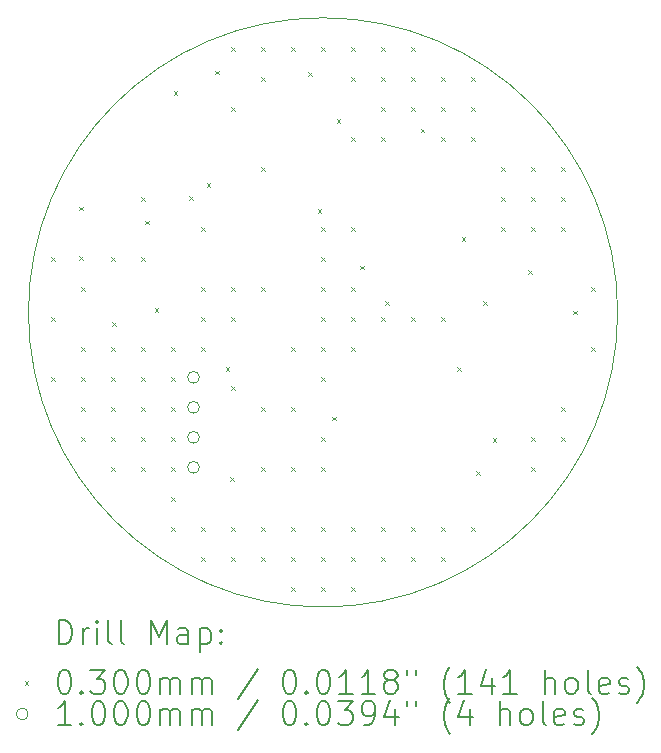
<source format=gbr>
%TF.GenerationSoftware,KiCad,Pcbnew,8.0.1*%
%TF.CreationDate,2024-06-09T19:47:23+05:00*%
%TF.ProjectId,rocket_project,726f636b-6574-45f7-9072-6f6a6563742e,rev?*%
%TF.SameCoordinates,Original*%
%TF.FileFunction,Drillmap*%
%TF.FilePolarity,Positive*%
%FSLAX45Y45*%
G04 Gerber Fmt 4.5, Leading zero omitted, Abs format (unit mm)*
G04 Created by KiCad (PCBNEW 8.0.1) date 2024-06-09 19:47:23*
%MOMM*%
%LPD*%
G01*
G04 APERTURE LIST*
%ADD10C,0.050000*%
%ADD11C,0.200000*%
%ADD12C,0.100000*%
G04 APERTURE END LIST*
D10*
X18243365Y-9519731D02*
G75*
G02*
X13254633Y-9519731I-2494366J0D01*
G01*
X13254633Y-9519731D02*
G75*
G02*
X18243365Y-9519731I2494366J0D01*
G01*
D11*
D12*
X13447000Y-9051000D02*
X13477000Y-9081000D01*
X13477000Y-9051000D02*
X13447000Y-9081000D01*
X13447000Y-9559000D02*
X13477000Y-9589000D01*
X13477000Y-9559000D02*
X13447000Y-9589000D01*
X13447000Y-10067000D02*
X13477000Y-10097000D01*
X13477000Y-10067000D02*
X13447000Y-10097000D01*
X13685000Y-8625000D02*
X13715000Y-8655000D01*
X13715000Y-8625000D02*
X13685000Y-8655000D01*
X13685000Y-9045000D02*
X13715000Y-9075000D01*
X13715000Y-9045000D02*
X13685000Y-9075000D01*
X13701000Y-9305000D02*
X13731000Y-9335000D01*
X13731000Y-9305000D02*
X13701000Y-9335000D01*
X13701000Y-9813000D02*
X13731000Y-9843000D01*
X13731000Y-9813000D02*
X13701000Y-9843000D01*
X13701000Y-10067000D02*
X13731000Y-10097000D01*
X13731000Y-10067000D02*
X13701000Y-10097000D01*
X13701000Y-10321000D02*
X13731000Y-10351000D01*
X13731000Y-10321000D02*
X13701000Y-10351000D01*
X13701000Y-10575000D02*
X13731000Y-10605000D01*
X13731000Y-10575000D02*
X13701000Y-10605000D01*
X13955000Y-9051000D02*
X13985000Y-9081000D01*
X13985000Y-9051000D02*
X13955000Y-9081000D01*
X13955000Y-9813000D02*
X13985000Y-9843000D01*
X13985000Y-9813000D02*
X13955000Y-9843000D01*
X13955000Y-10067000D02*
X13985000Y-10097000D01*
X13985000Y-10067000D02*
X13955000Y-10097000D01*
X13955000Y-10321000D02*
X13985000Y-10351000D01*
X13985000Y-10321000D02*
X13955000Y-10351000D01*
X13955000Y-10575000D02*
X13985000Y-10605000D01*
X13985000Y-10575000D02*
X13955000Y-10605000D01*
X13955000Y-10829000D02*
X13985000Y-10859000D01*
X13985000Y-10829000D02*
X13955000Y-10859000D01*
X13965000Y-9605000D02*
X13995000Y-9635000D01*
X13995000Y-9605000D02*
X13965000Y-9635000D01*
X14209000Y-8543000D02*
X14239000Y-8573000D01*
X14239000Y-8543000D02*
X14209000Y-8573000D01*
X14209000Y-9051000D02*
X14239000Y-9081000D01*
X14239000Y-9051000D02*
X14209000Y-9081000D01*
X14209000Y-9813000D02*
X14239000Y-9843000D01*
X14239000Y-9813000D02*
X14209000Y-9843000D01*
X14209000Y-10067000D02*
X14239000Y-10097000D01*
X14239000Y-10067000D02*
X14209000Y-10097000D01*
X14209000Y-10321000D02*
X14239000Y-10351000D01*
X14239000Y-10321000D02*
X14209000Y-10351000D01*
X14209000Y-10575000D02*
X14239000Y-10605000D01*
X14239000Y-10575000D02*
X14209000Y-10605000D01*
X14209000Y-10829000D02*
X14239000Y-10859000D01*
X14239000Y-10829000D02*
X14209000Y-10859000D01*
X14245000Y-8745000D02*
X14275000Y-8775000D01*
X14275000Y-8745000D02*
X14245000Y-8775000D01*
X14325000Y-9485000D02*
X14355000Y-9515000D01*
X14355000Y-9485000D02*
X14325000Y-9515000D01*
X14463000Y-9813000D02*
X14493000Y-9843000D01*
X14493000Y-9813000D02*
X14463000Y-9843000D01*
X14463000Y-10067000D02*
X14493000Y-10097000D01*
X14493000Y-10067000D02*
X14463000Y-10097000D01*
X14463000Y-10321000D02*
X14493000Y-10351000D01*
X14493000Y-10321000D02*
X14463000Y-10351000D01*
X14463000Y-10575000D02*
X14493000Y-10605000D01*
X14493000Y-10575000D02*
X14463000Y-10605000D01*
X14463000Y-10829000D02*
X14493000Y-10859000D01*
X14493000Y-10829000D02*
X14463000Y-10859000D01*
X14463000Y-11083000D02*
X14493000Y-11113000D01*
X14493000Y-11083000D02*
X14463000Y-11113000D01*
X14463000Y-11337000D02*
X14493000Y-11367000D01*
X14493000Y-11337000D02*
X14463000Y-11367000D01*
X14485000Y-7645000D02*
X14515000Y-7675000D01*
X14515000Y-7645000D02*
X14485000Y-7675000D01*
X14615000Y-8535000D02*
X14645000Y-8565000D01*
X14645000Y-8535000D02*
X14615000Y-8565000D01*
X14717000Y-8797000D02*
X14747000Y-8827000D01*
X14747000Y-8797000D02*
X14717000Y-8827000D01*
X14717000Y-9305000D02*
X14747000Y-9335000D01*
X14747000Y-9305000D02*
X14717000Y-9335000D01*
X14717000Y-9559000D02*
X14747000Y-9589000D01*
X14747000Y-9559000D02*
X14717000Y-9589000D01*
X14717000Y-9813000D02*
X14747000Y-9843000D01*
X14747000Y-9813000D02*
X14717000Y-9843000D01*
X14717000Y-11337000D02*
X14747000Y-11367000D01*
X14747000Y-11337000D02*
X14717000Y-11367000D01*
X14717000Y-11591000D02*
X14747000Y-11621000D01*
X14747000Y-11591000D02*
X14717000Y-11621000D01*
X14765000Y-8425000D02*
X14795000Y-8455000D01*
X14795000Y-8425000D02*
X14765000Y-8455000D01*
X14835000Y-7475000D02*
X14865000Y-7505000D01*
X14865000Y-7475000D02*
X14835000Y-7505000D01*
X14925000Y-9985000D02*
X14955000Y-10015000D01*
X14955000Y-9985000D02*
X14925000Y-10015000D01*
X14965000Y-10915000D02*
X14995000Y-10945000D01*
X14995000Y-10915000D02*
X14965000Y-10945000D01*
X14971000Y-7273000D02*
X15001000Y-7303000D01*
X15001000Y-7273000D02*
X14971000Y-7303000D01*
X14971000Y-7781000D02*
X15001000Y-7811000D01*
X15001000Y-7781000D02*
X14971000Y-7811000D01*
X14971000Y-9305000D02*
X15001000Y-9335000D01*
X15001000Y-9305000D02*
X14971000Y-9335000D01*
X14971000Y-9559000D02*
X15001000Y-9589000D01*
X15001000Y-9559000D02*
X14971000Y-9589000D01*
X14971000Y-10145000D02*
X15001000Y-10175000D01*
X15001000Y-10145000D02*
X14971000Y-10175000D01*
X14971000Y-11337000D02*
X15001000Y-11367000D01*
X15001000Y-11337000D02*
X14971000Y-11367000D01*
X14971000Y-11591000D02*
X15001000Y-11621000D01*
X15001000Y-11591000D02*
X14971000Y-11621000D01*
X15225000Y-7273000D02*
X15255000Y-7303000D01*
X15255000Y-7273000D02*
X15225000Y-7303000D01*
X15225000Y-7527000D02*
X15255000Y-7557000D01*
X15255000Y-7527000D02*
X15225000Y-7557000D01*
X15225000Y-8289000D02*
X15255000Y-8319000D01*
X15255000Y-8289000D02*
X15225000Y-8319000D01*
X15225000Y-9305000D02*
X15255000Y-9335000D01*
X15255000Y-9305000D02*
X15225000Y-9335000D01*
X15225000Y-10321000D02*
X15255000Y-10351000D01*
X15255000Y-10321000D02*
X15225000Y-10351000D01*
X15225000Y-10829000D02*
X15255000Y-10859000D01*
X15255000Y-10829000D02*
X15225000Y-10859000D01*
X15225000Y-11337000D02*
X15255000Y-11367000D01*
X15255000Y-11337000D02*
X15225000Y-11367000D01*
X15225000Y-11591000D02*
X15255000Y-11621000D01*
X15255000Y-11591000D02*
X15225000Y-11621000D01*
X15479000Y-7273000D02*
X15509000Y-7303000D01*
X15509000Y-7273000D02*
X15479000Y-7303000D01*
X15479000Y-9813000D02*
X15509000Y-9843000D01*
X15509000Y-9813000D02*
X15479000Y-9843000D01*
X15479000Y-10321000D02*
X15509000Y-10351000D01*
X15509000Y-10321000D02*
X15479000Y-10351000D01*
X15479000Y-10829000D02*
X15509000Y-10859000D01*
X15509000Y-10829000D02*
X15479000Y-10859000D01*
X15479000Y-11337000D02*
X15509000Y-11367000D01*
X15509000Y-11337000D02*
X15479000Y-11367000D01*
X15479000Y-11591000D02*
X15509000Y-11621000D01*
X15509000Y-11591000D02*
X15479000Y-11621000D01*
X15479000Y-11845000D02*
X15509000Y-11875000D01*
X15509000Y-11845000D02*
X15479000Y-11875000D01*
X15625000Y-7485000D02*
X15655000Y-7515000D01*
X15655000Y-7485000D02*
X15625000Y-7515000D01*
X15705000Y-8645000D02*
X15735000Y-8675000D01*
X15735000Y-8645000D02*
X15705000Y-8675000D01*
X15733000Y-7273000D02*
X15763000Y-7303000D01*
X15763000Y-7273000D02*
X15733000Y-7303000D01*
X15733000Y-8797000D02*
X15763000Y-8827000D01*
X15763000Y-8797000D02*
X15733000Y-8827000D01*
X15733000Y-9051000D02*
X15763000Y-9081000D01*
X15763000Y-9051000D02*
X15733000Y-9081000D01*
X15733000Y-9305000D02*
X15763000Y-9335000D01*
X15763000Y-9305000D02*
X15733000Y-9335000D01*
X15733000Y-9559000D02*
X15763000Y-9589000D01*
X15763000Y-9559000D02*
X15733000Y-9589000D01*
X15733000Y-9813000D02*
X15763000Y-9843000D01*
X15763000Y-9813000D02*
X15733000Y-9843000D01*
X15733000Y-10067000D02*
X15763000Y-10097000D01*
X15763000Y-10067000D02*
X15733000Y-10097000D01*
X15733000Y-10575000D02*
X15763000Y-10605000D01*
X15763000Y-10575000D02*
X15733000Y-10605000D01*
X15733000Y-10829000D02*
X15763000Y-10859000D01*
X15763000Y-10829000D02*
X15733000Y-10859000D01*
X15733000Y-11337000D02*
X15763000Y-11367000D01*
X15763000Y-11337000D02*
X15733000Y-11367000D01*
X15733000Y-11591000D02*
X15763000Y-11621000D01*
X15763000Y-11591000D02*
X15733000Y-11621000D01*
X15733000Y-11845000D02*
X15763000Y-11875000D01*
X15763000Y-11845000D02*
X15733000Y-11875000D01*
X15825000Y-10405000D02*
X15855000Y-10435000D01*
X15855000Y-10405000D02*
X15825000Y-10435000D01*
X15865000Y-7885000D02*
X15895000Y-7915000D01*
X15895000Y-7885000D02*
X15865000Y-7915000D01*
X15987000Y-7273000D02*
X16017000Y-7303000D01*
X16017000Y-7273000D02*
X15987000Y-7303000D01*
X15987000Y-7527000D02*
X16017000Y-7557000D01*
X16017000Y-7527000D02*
X15987000Y-7557000D01*
X15987000Y-8035000D02*
X16017000Y-8065000D01*
X16017000Y-8035000D02*
X15987000Y-8065000D01*
X15987000Y-8797000D02*
X16017000Y-8827000D01*
X16017000Y-8797000D02*
X15987000Y-8827000D01*
X15987000Y-9305000D02*
X16017000Y-9335000D01*
X16017000Y-9305000D02*
X15987000Y-9335000D01*
X15987000Y-9559000D02*
X16017000Y-9589000D01*
X16017000Y-9559000D02*
X15987000Y-9589000D01*
X15987000Y-9813000D02*
X16017000Y-9843000D01*
X16017000Y-9813000D02*
X15987000Y-9843000D01*
X15987000Y-11337000D02*
X16017000Y-11367000D01*
X16017000Y-11337000D02*
X15987000Y-11367000D01*
X15987000Y-11591000D02*
X16017000Y-11621000D01*
X16017000Y-11591000D02*
X15987000Y-11621000D01*
X15987000Y-11845000D02*
X16017000Y-11875000D01*
X16017000Y-11845000D02*
X15987000Y-11875000D01*
X16065000Y-9125000D02*
X16095000Y-9155000D01*
X16095000Y-9125000D02*
X16065000Y-9155000D01*
X16241000Y-7273000D02*
X16271000Y-7303000D01*
X16271000Y-7273000D02*
X16241000Y-7303000D01*
X16241000Y-7527000D02*
X16271000Y-7557000D01*
X16271000Y-7527000D02*
X16241000Y-7557000D01*
X16241000Y-7781000D02*
X16271000Y-7811000D01*
X16271000Y-7781000D02*
X16241000Y-7811000D01*
X16241000Y-8035000D02*
X16271000Y-8065000D01*
X16271000Y-8035000D02*
X16241000Y-8065000D01*
X16241000Y-9559000D02*
X16271000Y-9589000D01*
X16271000Y-9559000D02*
X16241000Y-9589000D01*
X16241000Y-11337000D02*
X16271000Y-11367000D01*
X16271000Y-11337000D02*
X16241000Y-11367000D01*
X16241000Y-11591000D02*
X16271000Y-11621000D01*
X16271000Y-11591000D02*
X16241000Y-11621000D01*
X16275000Y-9425000D02*
X16305000Y-9455000D01*
X16305000Y-9425000D02*
X16275000Y-9455000D01*
X16495000Y-7273000D02*
X16525000Y-7303000D01*
X16525000Y-7273000D02*
X16495000Y-7303000D01*
X16495000Y-7527000D02*
X16525000Y-7557000D01*
X16525000Y-7527000D02*
X16495000Y-7557000D01*
X16495000Y-7781000D02*
X16525000Y-7811000D01*
X16525000Y-7781000D02*
X16495000Y-7811000D01*
X16495000Y-9559000D02*
X16525000Y-9589000D01*
X16525000Y-9559000D02*
X16495000Y-9589000D01*
X16495000Y-11337000D02*
X16525000Y-11367000D01*
X16525000Y-11337000D02*
X16495000Y-11367000D01*
X16495000Y-11591000D02*
X16525000Y-11621000D01*
X16525000Y-11591000D02*
X16495000Y-11621000D01*
X16575000Y-7965000D02*
X16605000Y-7995000D01*
X16605000Y-7965000D02*
X16575000Y-7995000D01*
X16749000Y-7527000D02*
X16779000Y-7557000D01*
X16779000Y-7527000D02*
X16749000Y-7557000D01*
X16749000Y-7781000D02*
X16779000Y-7811000D01*
X16779000Y-7781000D02*
X16749000Y-7811000D01*
X16749000Y-8035000D02*
X16779000Y-8065000D01*
X16779000Y-8035000D02*
X16749000Y-8065000D01*
X16749000Y-9559000D02*
X16779000Y-9589000D01*
X16779000Y-9559000D02*
X16749000Y-9589000D01*
X16749000Y-11337000D02*
X16779000Y-11367000D01*
X16779000Y-11337000D02*
X16749000Y-11367000D01*
X16749000Y-11591000D02*
X16779000Y-11621000D01*
X16779000Y-11591000D02*
X16749000Y-11621000D01*
X16885000Y-9985000D02*
X16915000Y-10015000D01*
X16915000Y-9985000D02*
X16885000Y-10015000D01*
X16925000Y-8885000D02*
X16955000Y-8915000D01*
X16955000Y-8885000D02*
X16925000Y-8915000D01*
X17003000Y-7527000D02*
X17033000Y-7557000D01*
X17033000Y-7527000D02*
X17003000Y-7557000D01*
X17003000Y-7781000D02*
X17033000Y-7811000D01*
X17033000Y-7781000D02*
X17003000Y-7811000D01*
X17003000Y-8035000D02*
X17033000Y-8065000D01*
X17033000Y-8035000D02*
X17003000Y-8065000D01*
X17003000Y-11337000D02*
X17033000Y-11367000D01*
X17033000Y-11337000D02*
X17003000Y-11367000D01*
X17045000Y-10865000D02*
X17075000Y-10895000D01*
X17075000Y-10865000D02*
X17045000Y-10895000D01*
X17105000Y-9425000D02*
X17135000Y-9455000D01*
X17135000Y-9425000D02*
X17105000Y-9455000D01*
X17185000Y-10585000D02*
X17215000Y-10615000D01*
X17215000Y-10585000D02*
X17185000Y-10615000D01*
X17257000Y-8289000D02*
X17287000Y-8319000D01*
X17287000Y-8289000D02*
X17257000Y-8319000D01*
X17257000Y-8543000D02*
X17287000Y-8573000D01*
X17287000Y-8543000D02*
X17257000Y-8573000D01*
X17257000Y-8797000D02*
X17287000Y-8827000D01*
X17287000Y-8797000D02*
X17257000Y-8827000D01*
X17485000Y-9165000D02*
X17515000Y-9195000D01*
X17515000Y-9165000D02*
X17485000Y-9195000D01*
X17511000Y-8289000D02*
X17541000Y-8319000D01*
X17541000Y-8289000D02*
X17511000Y-8319000D01*
X17511000Y-8543000D02*
X17541000Y-8573000D01*
X17541000Y-8543000D02*
X17511000Y-8573000D01*
X17511000Y-8797000D02*
X17541000Y-8827000D01*
X17541000Y-8797000D02*
X17511000Y-8827000D01*
X17511000Y-10575000D02*
X17541000Y-10605000D01*
X17541000Y-10575000D02*
X17511000Y-10605000D01*
X17511000Y-10829000D02*
X17541000Y-10859000D01*
X17541000Y-10829000D02*
X17511000Y-10859000D01*
X17765000Y-8289000D02*
X17795000Y-8319000D01*
X17795000Y-8289000D02*
X17765000Y-8319000D01*
X17765000Y-8543000D02*
X17795000Y-8573000D01*
X17795000Y-8543000D02*
X17765000Y-8573000D01*
X17765000Y-8797000D02*
X17795000Y-8827000D01*
X17795000Y-8797000D02*
X17765000Y-8827000D01*
X17765000Y-10321000D02*
X17795000Y-10351000D01*
X17795000Y-10321000D02*
X17765000Y-10351000D01*
X17765000Y-10575000D02*
X17795000Y-10605000D01*
X17795000Y-10575000D02*
X17765000Y-10605000D01*
X17865000Y-9505000D02*
X17895000Y-9535000D01*
X17895000Y-9505000D02*
X17865000Y-9535000D01*
X18019000Y-9305000D02*
X18049000Y-9335000D01*
X18049000Y-9305000D02*
X18019000Y-9335000D01*
X18019000Y-9813000D02*
X18049000Y-9843000D01*
X18049000Y-9813000D02*
X18019000Y-9843000D01*
X14702500Y-10070000D02*
G75*
G02*
X14602500Y-10070000I-50000J0D01*
G01*
X14602500Y-10070000D02*
G75*
G02*
X14702500Y-10070000I50000J0D01*
G01*
X14702500Y-10324000D02*
G75*
G02*
X14602500Y-10324000I-50000J0D01*
G01*
X14602500Y-10324000D02*
G75*
G02*
X14702500Y-10324000I50000J0D01*
G01*
X14702500Y-10578000D02*
G75*
G02*
X14602500Y-10578000I-50000J0D01*
G01*
X14602500Y-10578000D02*
G75*
G02*
X14702500Y-10578000I50000J0D01*
G01*
X14702500Y-10832000D02*
G75*
G02*
X14602500Y-10832000I-50000J0D01*
G01*
X14602500Y-10832000D02*
G75*
G02*
X14702500Y-10832000I50000J0D01*
G01*
D11*
X13512910Y-12328081D02*
X13512910Y-12128081D01*
X13512910Y-12128081D02*
X13560529Y-12128081D01*
X13560529Y-12128081D02*
X13589100Y-12137604D01*
X13589100Y-12137604D02*
X13608148Y-12156652D01*
X13608148Y-12156652D02*
X13617672Y-12175700D01*
X13617672Y-12175700D02*
X13627196Y-12213795D01*
X13627196Y-12213795D02*
X13627196Y-12242366D01*
X13627196Y-12242366D02*
X13617672Y-12280462D01*
X13617672Y-12280462D02*
X13608148Y-12299509D01*
X13608148Y-12299509D02*
X13589100Y-12318557D01*
X13589100Y-12318557D02*
X13560529Y-12328081D01*
X13560529Y-12328081D02*
X13512910Y-12328081D01*
X13712910Y-12328081D02*
X13712910Y-12194747D01*
X13712910Y-12232843D02*
X13722434Y-12213795D01*
X13722434Y-12213795D02*
X13731957Y-12204271D01*
X13731957Y-12204271D02*
X13751005Y-12194747D01*
X13751005Y-12194747D02*
X13770053Y-12194747D01*
X13836719Y-12328081D02*
X13836719Y-12194747D01*
X13836719Y-12128081D02*
X13827196Y-12137604D01*
X13827196Y-12137604D02*
X13836719Y-12147128D01*
X13836719Y-12147128D02*
X13846243Y-12137604D01*
X13846243Y-12137604D02*
X13836719Y-12128081D01*
X13836719Y-12128081D02*
X13836719Y-12147128D01*
X13960529Y-12328081D02*
X13941481Y-12318557D01*
X13941481Y-12318557D02*
X13931957Y-12299509D01*
X13931957Y-12299509D02*
X13931957Y-12128081D01*
X14065291Y-12328081D02*
X14046243Y-12318557D01*
X14046243Y-12318557D02*
X14036719Y-12299509D01*
X14036719Y-12299509D02*
X14036719Y-12128081D01*
X14293862Y-12328081D02*
X14293862Y-12128081D01*
X14293862Y-12128081D02*
X14360529Y-12270938D01*
X14360529Y-12270938D02*
X14427196Y-12128081D01*
X14427196Y-12128081D02*
X14427196Y-12328081D01*
X14608148Y-12328081D02*
X14608148Y-12223319D01*
X14608148Y-12223319D02*
X14598624Y-12204271D01*
X14598624Y-12204271D02*
X14579577Y-12194747D01*
X14579577Y-12194747D02*
X14541481Y-12194747D01*
X14541481Y-12194747D02*
X14522434Y-12204271D01*
X14608148Y-12318557D02*
X14589100Y-12328081D01*
X14589100Y-12328081D02*
X14541481Y-12328081D01*
X14541481Y-12328081D02*
X14522434Y-12318557D01*
X14522434Y-12318557D02*
X14512910Y-12299509D01*
X14512910Y-12299509D02*
X14512910Y-12280462D01*
X14512910Y-12280462D02*
X14522434Y-12261414D01*
X14522434Y-12261414D02*
X14541481Y-12251890D01*
X14541481Y-12251890D02*
X14589100Y-12251890D01*
X14589100Y-12251890D02*
X14608148Y-12242366D01*
X14703386Y-12194747D02*
X14703386Y-12394747D01*
X14703386Y-12204271D02*
X14722434Y-12194747D01*
X14722434Y-12194747D02*
X14760529Y-12194747D01*
X14760529Y-12194747D02*
X14779577Y-12204271D01*
X14779577Y-12204271D02*
X14789100Y-12213795D01*
X14789100Y-12213795D02*
X14798624Y-12232843D01*
X14798624Y-12232843D02*
X14798624Y-12289985D01*
X14798624Y-12289985D02*
X14789100Y-12309033D01*
X14789100Y-12309033D02*
X14779577Y-12318557D01*
X14779577Y-12318557D02*
X14760529Y-12328081D01*
X14760529Y-12328081D02*
X14722434Y-12328081D01*
X14722434Y-12328081D02*
X14703386Y-12318557D01*
X14884338Y-12309033D02*
X14893862Y-12318557D01*
X14893862Y-12318557D02*
X14884338Y-12328081D01*
X14884338Y-12328081D02*
X14874815Y-12318557D01*
X14874815Y-12318557D02*
X14884338Y-12309033D01*
X14884338Y-12309033D02*
X14884338Y-12328081D01*
X14884338Y-12204271D02*
X14893862Y-12213795D01*
X14893862Y-12213795D02*
X14884338Y-12223319D01*
X14884338Y-12223319D02*
X14874815Y-12213795D01*
X14874815Y-12213795D02*
X14884338Y-12204271D01*
X14884338Y-12204271D02*
X14884338Y-12223319D01*
D12*
X13222133Y-12641597D02*
X13252133Y-12671597D01*
X13252133Y-12641597D02*
X13222133Y-12671597D01*
D11*
X13551005Y-12548081D02*
X13570053Y-12548081D01*
X13570053Y-12548081D02*
X13589100Y-12557604D01*
X13589100Y-12557604D02*
X13598624Y-12567128D01*
X13598624Y-12567128D02*
X13608148Y-12586176D01*
X13608148Y-12586176D02*
X13617672Y-12624271D01*
X13617672Y-12624271D02*
X13617672Y-12671890D01*
X13617672Y-12671890D02*
X13608148Y-12709985D01*
X13608148Y-12709985D02*
X13598624Y-12729033D01*
X13598624Y-12729033D02*
X13589100Y-12738557D01*
X13589100Y-12738557D02*
X13570053Y-12748081D01*
X13570053Y-12748081D02*
X13551005Y-12748081D01*
X13551005Y-12748081D02*
X13531957Y-12738557D01*
X13531957Y-12738557D02*
X13522434Y-12729033D01*
X13522434Y-12729033D02*
X13512910Y-12709985D01*
X13512910Y-12709985D02*
X13503386Y-12671890D01*
X13503386Y-12671890D02*
X13503386Y-12624271D01*
X13503386Y-12624271D02*
X13512910Y-12586176D01*
X13512910Y-12586176D02*
X13522434Y-12567128D01*
X13522434Y-12567128D02*
X13531957Y-12557604D01*
X13531957Y-12557604D02*
X13551005Y-12548081D01*
X13703386Y-12729033D02*
X13712910Y-12738557D01*
X13712910Y-12738557D02*
X13703386Y-12748081D01*
X13703386Y-12748081D02*
X13693862Y-12738557D01*
X13693862Y-12738557D02*
X13703386Y-12729033D01*
X13703386Y-12729033D02*
X13703386Y-12748081D01*
X13779577Y-12548081D02*
X13903386Y-12548081D01*
X13903386Y-12548081D02*
X13836719Y-12624271D01*
X13836719Y-12624271D02*
X13865291Y-12624271D01*
X13865291Y-12624271D02*
X13884338Y-12633795D01*
X13884338Y-12633795D02*
X13893862Y-12643319D01*
X13893862Y-12643319D02*
X13903386Y-12662366D01*
X13903386Y-12662366D02*
X13903386Y-12709985D01*
X13903386Y-12709985D02*
X13893862Y-12729033D01*
X13893862Y-12729033D02*
X13884338Y-12738557D01*
X13884338Y-12738557D02*
X13865291Y-12748081D01*
X13865291Y-12748081D02*
X13808148Y-12748081D01*
X13808148Y-12748081D02*
X13789100Y-12738557D01*
X13789100Y-12738557D02*
X13779577Y-12729033D01*
X14027196Y-12548081D02*
X14046243Y-12548081D01*
X14046243Y-12548081D02*
X14065291Y-12557604D01*
X14065291Y-12557604D02*
X14074815Y-12567128D01*
X14074815Y-12567128D02*
X14084338Y-12586176D01*
X14084338Y-12586176D02*
X14093862Y-12624271D01*
X14093862Y-12624271D02*
X14093862Y-12671890D01*
X14093862Y-12671890D02*
X14084338Y-12709985D01*
X14084338Y-12709985D02*
X14074815Y-12729033D01*
X14074815Y-12729033D02*
X14065291Y-12738557D01*
X14065291Y-12738557D02*
X14046243Y-12748081D01*
X14046243Y-12748081D02*
X14027196Y-12748081D01*
X14027196Y-12748081D02*
X14008148Y-12738557D01*
X14008148Y-12738557D02*
X13998624Y-12729033D01*
X13998624Y-12729033D02*
X13989100Y-12709985D01*
X13989100Y-12709985D02*
X13979577Y-12671890D01*
X13979577Y-12671890D02*
X13979577Y-12624271D01*
X13979577Y-12624271D02*
X13989100Y-12586176D01*
X13989100Y-12586176D02*
X13998624Y-12567128D01*
X13998624Y-12567128D02*
X14008148Y-12557604D01*
X14008148Y-12557604D02*
X14027196Y-12548081D01*
X14217672Y-12548081D02*
X14236719Y-12548081D01*
X14236719Y-12548081D02*
X14255767Y-12557604D01*
X14255767Y-12557604D02*
X14265291Y-12567128D01*
X14265291Y-12567128D02*
X14274815Y-12586176D01*
X14274815Y-12586176D02*
X14284338Y-12624271D01*
X14284338Y-12624271D02*
X14284338Y-12671890D01*
X14284338Y-12671890D02*
X14274815Y-12709985D01*
X14274815Y-12709985D02*
X14265291Y-12729033D01*
X14265291Y-12729033D02*
X14255767Y-12738557D01*
X14255767Y-12738557D02*
X14236719Y-12748081D01*
X14236719Y-12748081D02*
X14217672Y-12748081D01*
X14217672Y-12748081D02*
X14198624Y-12738557D01*
X14198624Y-12738557D02*
X14189100Y-12729033D01*
X14189100Y-12729033D02*
X14179577Y-12709985D01*
X14179577Y-12709985D02*
X14170053Y-12671890D01*
X14170053Y-12671890D02*
X14170053Y-12624271D01*
X14170053Y-12624271D02*
X14179577Y-12586176D01*
X14179577Y-12586176D02*
X14189100Y-12567128D01*
X14189100Y-12567128D02*
X14198624Y-12557604D01*
X14198624Y-12557604D02*
X14217672Y-12548081D01*
X14370053Y-12748081D02*
X14370053Y-12614747D01*
X14370053Y-12633795D02*
X14379577Y-12624271D01*
X14379577Y-12624271D02*
X14398624Y-12614747D01*
X14398624Y-12614747D02*
X14427196Y-12614747D01*
X14427196Y-12614747D02*
X14446243Y-12624271D01*
X14446243Y-12624271D02*
X14455767Y-12643319D01*
X14455767Y-12643319D02*
X14455767Y-12748081D01*
X14455767Y-12643319D02*
X14465291Y-12624271D01*
X14465291Y-12624271D02*
X14484338Y-12614747D01*
X14484338Y-12614747D02*
X14512910Y-12614747D01*
X14512910Y-12614747D02*
X14531958Y-12624271D01*
X14531958Y-12624271D02*
X14541481Y-12643319D01*
X14541481Y-12643319D02*
X14541481Y-12748081D01*
X14636719Y-12748081D02*
X14636719Y-12614747D01*
X14636719Y-12633795D02*
X14646243Y-12624271D01*
X14646243Y-12624271D02*
X14665291Y-12614747D01*
X14665291Y-12614747D02*
X14693862Y-12614747D01*
X14693862Y-12614747D02*
X14712910Y-12624271D01*
X14712910Y-12624271D02*
X14722434Y-12643319D01*
X14722434Y-12643319D02*
X14722434Y-12748081D01*
X14722434Y-12643319D02*
X14731958Y-12624271D01*
X14731958Y-12624271D02*
X14751005Y-12614747D01*
X14751005Y-12614747D02*
X14779577Y-12614747D01*
X14779577Y-12614747D02*
X14798624Y-12624271D01*
X14798624Y-12624271D02*
X14808148Y-12643319D01*
X14808148Y-12643319D02*
X14808148Y-12748081D01*
X15198624Y-12538557D02*
X15027196Y-12795700D01*
X15455767Y-12548081D02*
X15474815Y-12548081D01*
X15474815Y-12548081D02*
X15493862Y-12557604D01*
X15493862Y-12557604D02*
X15503386Y-12567128D01*
X15503386Y-12567128D02*
X15512910Y-12586176D01*
X15512910Y-12586176D02*
X15522434Y-12624271D01*
X15522434Y-12624271D02*
X15522434Y-12671890D01*
X15522434Y-12671890D02*
X15512910Y-12709985D01*
X15512910Y-12709985D02*
X15503386Y-12729033D01*
X15503386Y-12729033D02*
X15493862Y-12738557D01*
X15493862Y-12738557D02*
X15474815Y-12748081D01*
X15474815Y-12748081D02*
X15455767Y-12748081D01*
X15455767Y-12748081D02*
X15436720Y-12738557D01*
X15436720Y-12738557D02*
X15427196Y-12729033D01*
X15427196Y-12729033D02*
X15417672Y-12709985D01*
X15417672Y-12709985D02*
X15408148Y-12671890D01*
X15408148Y-12671890D02*
X15408148Y-12624271D01*
X15408148Y-12624271D02*
X15417672Y-12586176D01*
X15417672Y-12586176D02*
X15427196Y-12567128D01*
X15427196Y-12567128D02*
X15436720Y-12557604D01*
X15436720Y-12557604D02*
X15455767Y-12548081D01*
X15608148Y-12729033D02*
X15617672Y-12738557D01*
X15617672Y-12738557D02*
X15608148Y-12748081D01*
X15608148Y-12748081D02*
X15598624Y-12738557D01*
X15598624Y-12738557D02*
X15608148Y-12729033D01*
X15608148Y-12729033D02*
X15608148Y-12748081D01*
X15741481Y-12548081D02*
X15760529Y-12548081D01*
X15760529Y-12548081D02*
X15779577Y-12557604D01*
X15779577Y-12557604D02*
X15789101Y-12567128D01*
X15789101Y-12567128D02*
X15798624Y-12586176D01*
X15798624Y-12586176D02*
X15808148Y-12624271D01*
X15808148Y-12624271D02*
X15808148Y-12671890D01*
X15808148Y-12671890D02*
X15798624Y-12709985D01*
X15798624Y-12709985D02*
X15789101Y-12729033D01*
X15789101Y-12729033D02*
X15779577Y-12738557D01*
X15779577Y-12738557D02*
X15760529Y-12748081D01*
X15760529Y-12748081D02*
X15741481Y-12748081D01*
X15741481Y-12748081D02*
X15722434Y-12738557D01*
X15722434Y-12738557D02*
X15712910Y-12729033D01*
X15712910Y-12729033D02*
X15703386Y-12709985D01*
X15703386Y-12709985D02*
X15693862Y-12671890D01*
X15693862Y-12671890D02*
X15693862Y-12624271D01*
X15693862Y-12624271D02*
X15703386Y-12586176D01*
X15703386Y-12586176D02*
X15712910Y-12567128D01*
X15712910Y-12567128D02*
X15722434Y-12557604D01*
X15722434Y-12557604D02*
X15741481Y-12548081D01*
X15998624Y-12748081D02*
X15884339Y-12748081D01*
X15941481Y-12748081D02*
X15941481Y-12548081D01*
X15941481Y-12548081D02*
X15922434Y-12576652D01*
X15922434Y-12576652D02*
X15903386Y-12595700D01*
X15903386Y-12595700D02*
X15884339Y-12605223D01*
X16189101Y-12748081D02*
X16074815Y-12748081D01*
X16131958Y-12748081D02*
X16131958Y-12548081D01*
X16131958Y-12548081D02*
X16112910Y-12576652D01*
X16112910Y-12576652D02*
X16093862Y-12595700D01*
X16093862Y-12595700D02*
X16074815Y-12605223D01*
X16303386Y-12633795D02*
X16284339Y-12624271D01*
X16284339Y-12624271D02*
X16274815Y-12614747D01*
X16274815Y-12614747D02*
X16265291Y-12595700D01*
X16265291Y-12595700D02*
X16265291Y-12586176D01*
X16265291Y-12586176D02*
X16274815Y-12567128D01*
X16274815Y-12567128D02*
X16284339Y-12557604D01*
X16284339Y-12557604D02*
X16303386Y-12548081D01*
X16303386Y-12548081D02*
X16341482Y-12548081D01*
X16341482Y-12548081D02*
X16360529Y-12557604D01*
X16360529Y-12557604D02*
X16370053Y-12567128D01*
X16370053Y-12567128D02*
X16379577Y-12586176D01*
X16379577Y-12586176D02*
X16379577Y-12595700D01*
X16379577Y-12595700D02*
X16370053Y-12614747D01*
X16370053Y-12614747D02*
X16360529Y-12624271D01*
X16360529Y-12624271D02*
X16341482Y-12633795D01*
X16341482Y-12633795D02*
X16303386Y-12633795D01*
X16303386Y-12633795D02*
X16284339Y-12643319D01*
X16284339Y-12643319D02*
X16274815Y-12652843D01*
X16274815Y-12652843D02*
X16265291Y-12671890D01*
X16265291Y-12671890D02*
X16265291Y-12709985D01*
X16265291Y-12709985D02*
X16274815Y-12729033D01*
X16274815Y-12729033D02*
X16284339Y-12738557D01*
X16284339Y-12738557D02*
X16303386Y-12748081D01*
X16303386Y-12748081D02*
X16341482Y-12748081D01*
X16341482Y-12748081D02*
X16360529Y-12738557D01*
X16360529Y-12738557D02*
X16370053Y-12729033D01*
X16370053Y-12729033D02*
X16379577Y-12709985D01*
X16379577Y-12709985D02*
X16379577Y-12671890D01*
X16379577Y-12671890D02*
X16370053Y-12652843D01*
X16370053Y-12652843D02*
X16360529Y-12643319D01*
X16360529Y-12643319D02*
X16341482Y-12633795D01*
X16455767Y-12548081D02*
X16455767Y-12586176D01*
X16531958Y-12548081D02*
X16531958Y-12586176D01*
X16827196Y-12824271D02*
X16817672Y-12814747D01*
X16817672Y-12814747D02*
X16798625Y-12786176D01*
X16798625Y-12786176D02*
X16789101Y-12767128D01*
X16789101Y-12767128D02*
X16779577Y-12738557D01*
X16779577Y-12738557D02*
X16770053Y-12690938D01*
X16770053Y-12690938D02*
X16770053Y-12652843D01*
X16770053Y-12652843D02*
X16779577Y-12605223D01*
X16779577Y-12605223D02*
X16789101Y-12576652D01*
X16789101Y-12576652D02*
X16798625Y-12557604D01*
X16798625Y-12557604D02*
X16817672Y-12529033D01*
X16817672Y-12529033D02*
X16827196Y-12519509D01*
X17008148Y-12748081D02*
X16893863Y-12748081D01*
X16951005Y-12748081D02*
X16951005Y-12548081D01*
X16951005Y-12548081D02*
X16931958Y-12576652D01*
X16931958Y-12576652D02*
X16912910Y-12595700D01*
X16912910Y-12595700D02*
X16893863Y-12605223D01*
X17179577Y-12614747D02*
X17179577Y-12748081D01*
X17131958Y-12538557D02*
X17084339Y-12681414D01*
X17084339Y-12681414D02*
X17208148Y-12681414D01*
X17389101Y-12748081D02*
X17274815Y-12748081D01*
X17331958Y-12748081D02*
X17331958Y-12548081D01*
X17331958Y-12548081D02*
X17312910Y-12576652D01*
X17312910Y-12576652D02*
X17293863Y-12595700D01*
X17293863Y-12595700D02*
X17274815Y-12605223D01*
X17627196Y-12748081D02*
X17627196Y-12548081D01*
X17712910Y-12748081D02*
X17712910Y-12643319D01*
X17712910Y-12643319D02*
X17703387Y-12624271D01*
X17703387Y-12624271D02*
X17684339Y-12614747D01*
X17684339Y-12614747D02*
X17655767Y-12614747D01*
X17655767Y-12614747D02*
X17636720Y-12624271D01*
X17636720Y-12624271D02*
X17627196Y-12633795D01*
X17836720Y-12748081D02*
X17817672Y-12738557D01*
X17817672Y-12738557D02*
X17808148Y-12729033D01*
X17808148Y-12729033D02*
X17798625Y-12709985D01*
X17798625Y-12709985D02*
X17798625Y-12652843D01*
X17798625Y-12652843D02*
X17808148Y-12633795D01*
X17808148Y-12633795D02*
X17817672Y-12624271D01*
X17817672Y-12624271D02*
X17836720Y-12614747D01*
X17836720Y-12614747D02*
X17865291Y-12614747D01*
X17865291Y-12614747D02*
X17884339Y-12624271D01*
X17884339Y-12624271D02*
X17893863Y-12633795D01*
X17893863Y-12633795D02*
X17903387Y-12652843D01*
X17903387Y-12652843D02*
X17903387Y-12709985D01*
X17903387Y-12709985D02*
X17893863Y-12729033D01*
X17893863Y-12729033D02*
X17884339Y-12738557D01*
X17884339Y-12738557D02*
X17865291Y-12748081D01*
X17865291Y-12748081D02*
X17836720Y-12748081D01*
X18017672Y-12748081D02*
X17998625Y-12738557D01*
X17998625Y-12738557D02*
X17989101Y-12719509D01*
X17989101Y-12719509D02*
X17989101Y-12548081D01*
X18170053Y-12738557D02*
X18151006Y-12748081D01*
X18151006Y-12748081D02*
X18112910Y-12748081D01*
X18112910Y-12748081D02*
X18093863Y-12738557D01*
X18093863Y-12738557D02*
X18084339Y-12719509D01*
X18084339Y-12719509D02*
X18084339Y-12643319D01*
X18084339Y-12643319D02*
X18093863Y-12624271D01*
X18093863Y-12624271D02*
X18112910Y-12614747D01*
X18112910Y-12614747D02*
X18151006Y-12614747D01*
X18151006Y-12614747D02*
X18170053Y-12624271D01*
X18170053Y-12624271D02*
X18179577Y-12643319D01*
X18179577Y-12643319D02*
X18179577Y-12662366D01*
X18179577Y-12662366D02*
X18084339Y-12681414D01*
X18255768Y-12738557D02*
X18274815Y-12748081D01*
X18274815Y-12748081D02*
X18312910Y-12748081D01*
X18312910Y-12748081D02*
X18331958Y-12738557D01*
X18331958Y-12738557D02*
X18341482Y-12719509D01*
X18341482Y-12719509D02*
X18341482Y-12709985D01*
X18341482Y-12709985D02*
X18331958Y-12690938D01*
X18331958Y-12690938D02*
X18312910Y-12681414D01*
X18312910Y-12681414D02*
X18284339Y-12681414D01*
X18284339Y-12681414D02*
X18265291Y-12671890D01*
X18265291Y-12671890D02*
X18255768Y-12652843D01*
X18255768Y-12652843D02*
X18255768Y-12643319D01*
X18255768Y-12643319D02*
X18265291Y-12624271D01*
X18265291Y-12624271D02*
X18284339Y-12614747D01*
X18284339Y-12614747D02*
X18312910Y-12614747D01*
X18312910Y-12614747D02*
X18331958Y-12624271D01*
X18408149Y-12824271D02*
X18417672Y-12814747D01*
X18417672Y-12814747D02*
X18436720Y-12786176D01*
X18436720Y-12786176D02*
X18446244Y-12767128D01*
X18446244Y-12767128D02*
X18455768Y-12738557D01*
X18455768Y-12738557D02*
X18465291Y-12690938D01*
X18465291Y-12690938D02*
X18465291Y-12652843D01*
X18465291Y-12652843D02*
X18455768Y-12605223D01*
X18455768Y-12605223D02*
X18446244Y-12576652D01*
X18446244Y-12576652D02*
X18436720Y-12557604D01*
X18436720Y-12557604D02*
X18417672Y-12529033D01*
X18417672Y-12529033D02*
X18408149Y-12519509D01*
D12*
X13252133Y-12920597D02*
G75*
G02*
X13152133Y-12920597I-50000J0D01*
G01*
X13152133Y-12920597D02*
G75*
G02*
X13252133Y-12920597I50000J0D01*
G01*
D11*
X13617672Y-13012081D02*
X13503386Y-13012081D01*
X13560529Y-13012081D02*
X13560529Y-12812081D01*
X13560529Y-12812081D02*
X13541481Y-12840652D01*
X13541481Y-12840652D02*
X13522434Y-12859700D01*
X13522434Y-12859700D02*
X13503386Y-12869223D01*
X13703386Y-12993033D02*
X13712910Y-13002557D01*
X13712910Y-13002557D02*
X13703386Y-13012081D01*
X13703386Y-13012081D02*
X13693862Y-13002557D01*
X13693862Y-13002557D02*
X13703386Y-12993033D01*
X13703386Y-12993033D02*
X13703386Y-13012081D01*
X13836719Y-12812081D02*
X13855767Y-12812081D01*
X13855767Y-12812081D02*
X13874815Y-12821604D01*
X13874815Y-12821604D02*
X13884338Y-12831128D01*
X13884338Y-12831128D02*
X13893862Y-12850176D01*
X13893862Y-12850176D02*
X13903386Y-12888271D01*
X13903386Y-12888271D02*
X13903386Y-12935890D01*
X13903386Y-12935890D02*
X13893862Y-12973985D01*
X13893862Y-12973985D02*
X13884338Y-12993033D01*
X13884338Y-12993033D02*
X13874815Y-13002557D01*
X13874815Y-13002557D02*
X13855767Y-13012081D01*
X13855767Y-13012081D02*
X13836719Y-13012081D01*
X13836719Y-13012081D02*
X13817672Y-13002557D01*
X13817672Y-13002557D02*
X13808148Y-12993033D01*
X13808148Y-12993033D02*
X13798624Y-12973985D01*
X13798624Y-12973985D02*
X13789100Y-12935890D01*
X13789100Y-12935890D02*
X13789100Y-12888271D01*
X13789100Y-12888271D02*
X13798624Y-12850176D01*
X13798624Y-12850176D02*
X13808148Y-12831128D01*
X13808148Y-12831128D02*
X13817672Y-12821604D01*
X13817672Y-12821604D02*
X13836719Y-12812081D01*
X14027196Y-12812081D02*
X14046243Y-12812081D01*
X14046243Y-12812081D02*
X14065291Y-12821604D01*
X14065291Y-12821604D02*
X14074815Y-12831128D01*
X14074815Y-12831128D02*
X14084338Y-12850176D01*
X14084338Y-12850176D02*
X14093862Y-12888271D01*
X14093862Y-12888271D02*
X14093862Y-12935890D01*
X14093862Y-12935890D02*
X14084338Y-12973985D01*
X14084338Y-12973985D02*
X14074815Y-12993033D01*
X14074815Y-12993033D02*
X14065291Y-13002557D01*
X14065291Y-13002557D02*
X14046243Y-13012081D01*
X14046243Y-13012081D02*
X14027196Y-13012081D01*
X14027196Y-13012081D02*
X14008148Y-13002557D01*
X14008148Y-13002557D02*
X13998624Y-12993033D01*
X13998624Y-12993033D02*
X13989100Y-12973985D01*
X13989100Y-12973985D02*
X13979577Y-12935890D01*
X13979577Y-12935890D02*
X13979577Y-12888271D01*
X13979577Y-12888271D02*
X13989100Y-12850176D01*
X13989100Y-12850176D02*
X13998624Y-12831128D01*
X13998624Y-12831128D02*
X14008148Y-12821604D01*
X14008148Y-12821604D02*
X14027196Y-12812081D01*
X14217672Y-12812081D02*
X14236719Y-12812081D01*
X14236719Y-12812081D02*
X14255767Y-12821604D01*
X14255767Y-12821604D02*
X14265291Y-12831128D01*
X14265291Y-12831128D02*
X14274815Y-12850176D01*
X14274815Y-12850176D02*
X14284338Y-12888271D01*
X14284338Y-12888271D02*
X14284338Y-12935890D01*
X14284338Y-12935890D02*
X14274815Y-12973985D01*
X14274815Y-12973985D02*
X14265291Y-12993033D01*
X14265291Y-12993033D02*
X14255767Y-13002557D01*
X14255767Y-13002557D02*
X14236719Y-13012081D01*
X14236719Y-13012081D02*
X14217672Y-13012081D01*
X14217672Y-13012081D02*
X14198624Y-13002557D01*
X14198624Y-13002557D02*
X14189100Y-12993033D01*
X14189100Y-12993033D02*
X14179577Y-12973985D01*
X14179577Y-12973985D02*
X14170053Y-12935890D01*
X14170053Y-12935890D02*
X14170053Y-12888271D01*
X14170053Y-12888271D02*
X14179577Y-12850176D01*
X14179577Y-12850176D02*
X14189100Y-12831128D01*
X14189100Y-12831128D02*
X14198624Y-12821604D01*
X14198624Y-12821604D02*
X14217672Y-12812081D01*
X14370053Y-13012081D02*
X14370053Y-12878747D01*
X14370053Y-12897795D02*
X14379577Y-12888271D01*
X14379577Y-12888271D02*
X14398624Y-12878747D01*
X14398624Y-12878747D02*
X14427196Y-12878747D01*
X14427196Y-12878747D02*
X14446243Y-12888271D01*
X14446243Y-12888271D02*
X14455767Y-12907319D01*
X14455767Y-12907319D02*
X14455767Y-13012081D01*
X14455767Y-12907319D02*
X14465291Y-12888271D01*
X14465291Y-12888271D02*
X14484338Y-12878747D01*
X14484338Y-12878747D02*
X14512910Y-12878747D01*
X14512910Y-12878747D02*
X14531958Y-12888271D01*
X14531958Y-12888271D02*
X14541481Y-12907319D01*
X14541481Y-12907319D02*
X14541481Y-13012081D01*
X14636719Y-13012081D02*
X14636719Y-12878747D01*
X14636719Y-12897795D02*
X14646243Y-12888271D01*
X14646243Y-12888271D02*
X14665291Y-12878747D01*
X14665291Y-12878747D02*
X14693862Y-12878747D01*
X14693862Y-12878747D02*
X14712910Y-12888271D01*
X14712910Y-12888271D02*
X14722434Y-12907319D01*
X14722434Y-12907319D02*
X14722434Y-13012081D01*
X14722434Y-12907319D02*
X14731958Y-12888271D01*
X14731958Y-12888271D02*
X14751005Y-12878747D01*
X14751005Y-12878747D02*
X14779577Y-12878747D01*
X14779577Y-12878747D02*
X14798624Y-12888271D01*
X14798624Y-12888271D02*
X14808148Y-12907319D01*
X14808148Y-12907319D02*
X14808148Y-13012081D01*
X15198624Y-12802557D02*
X15027196Y-13059700D01*
X15455767Y-12812081D02*
X15474815Y-12812081D01*
X15474815Y-12812081D02*
X15493862Y-12821604D01*
X15493862Y-12821604D02*
X15503386Y-12831128D01*
X15503386Y-12831128D02*
X15512910Y-12850176D01*
X15512910Y-12850176D02*
X15522434Y-12888271D01*
X15522434Y-12888271D02*
X15522434Y-12935890D01*
X15522434Y-12935890D02*
X15512910Y-12973985D01*
X15512910Y-12973985D02*
X15503386Y-12993033D01*
X15503386Y-12993033D02*
X15493862Y-13002557D01*
X15493862Y-13002557D02*
X15474815Y-13012081D01*
X15474815Y-13012081D02*
X15455767Y-13012081D01*
X15455767Y-13012081D02*
X15436720Y-13002557D01*
X15436720Y-13002557D02*
X15427196Y-12993033D01*
X15427196Y-12993033D02*
X15417672Y-12973985D01*
X15417672Y-12973985D02*
X15408148Y-12935890D01*
X15408148Y-12935890D02*
X15408148Y-12888271D01*
X15408148Y-12888271D02*
X15417672Y-12850176D01*
X15417672Y-12850176D02*
X15427196Y-12831128D01*
X15427196Y-12831128D02*
X15436720Y-12821604D01*
X15436720Y-12821604D02*
X15455767Y-12812081D01*
X15608148Y-12993033D02*
X15617672Y-13002557D01*
X15617672Y-13002557D02*
X15608148Y-13012081D01*
X15608148Y-13012081D02*
X15598624Y-13002557D01*
X15598624Y-13002557D02*
X15608148Y-12993033D01*
X15608148Y-12993033D02*
X15608148Y-13012081D01*
X15741481Y-12812081D02*
X15760529Y-12812081D01*
X15760529Y-12812081D02*
X15779577Y-12821604D01*
X15779577Y-12821604D02*
X15789101Y-12831128D01*
X15789101Y-12831128D02*
X15798624Y-12850176D01*
X15798624Y-12850176D02*
X15808148Y-12888271D01*
X15808148Y-12888271D02*
X15808148Y-12935890D01*
X15808148Y-12935890D02*
X15798624Y-12973985D01*
X15798624Y-12973985D02*
X15789101Y-12993033D01*
X15789101Y-12993033D02*
X15779577Y-13002557D01*
X15779577Y-13002557D02*
X15760529Y-13012081D01*
X15760529Y-13012081D02*
X15741481Y-13012081D01*
X15741481Y-13012081D02*
X15722434Y-13002557D01*
X15722434Y-13002557D02*
X15712910Y-12993033D01*
X15712910Y-12993033D02*
X15703386Y-12973985D01*
X15703386Y-12973985D02*
X15693862Y-12935890D01*
X15693862Y-12935890D02*
X15693862Y-12888271D01*
X15693862Y-12888271D02*
X15703386Y-12850176D01*
X15703386Y-12850176D02*
X15712910Y-12831128D01*
X15712910Y-12831128D02*
X15722434Y-12821604D01*
X15722434Y-12821604D02*
X15741481Y-12812081D01*
X15874815Y-12812081D02*
X15998624Y-12812081D01*
X15998624Y-12812081D02*
X15931958Y-12888271D01*
X15931958Y-12888271D02*
X15960529Y-12888271D01*
X15960529Y-12888271D02*
X15979577Y-12897795D01*
X15979577Y-12897795D02*
X15989101Y-12907319D01*
X15989101Y-12907319D02*
X15998624Y-12926366D01*
X15998624Y-12926366D02*
X15998624Y-12973985D01*
X15998624Y-12973985D02*
X15989101Y-12993033D01*
X15989101Y-12993033D02*
X15979577Y-13002557D01*
X15979577Y-13002557D02*
X15960529Y-13012081D01*
X15960529Y-13012081D02*
X15903386Y-13012081D01*
X15903386Y-13012081D02*
X15884339Y-13002557D01*
X15884339Y-13002557D02*
X15874815Y-12993033D01*
X16093862Y-13012081D02*
X16131958Y-13012081D01*
X16131958Y-13012081D02*
X16151005Y-13002557D01*
X16151005Y-13002557D02*
X16160529Y-12993033D01*
X16160529Y-12993033D02*
X16179577Y-12964462D01*
X16179577Y-12964462D02*
X16189101Y-12926366D01*
X16189101Y-12926366D02*
X16189101Y-12850176D01*
X16189101Y-12850176D02*
X16179577Y-12831128D01*
X16179577Y-12831128D02*
X16170053Y-12821604D01*
X16170053Y-12821604D02*
X16151005Y-12812081D01*
X16151005Y-12812081D02*
X16112910Y-12812081D01*
X16112910Y-12812081D02*
X16093862Y-12821604D01*
X16093862Y-12821604D02*
X16084339Y-12831128D01*
X16084339Y-12831128D02*
X16074815Y-12850176D01*
X16074815Y-12850176D02*
X16074815Y-12897795D01*
X16074815Y-12897795D02*
X16084339Y-12916843D01*
X16084339Y-12916843D02*
X16093862Y-12926366D01*
X16093862Y-12926366D02*
X16112910Y-12935890D01*
X16112910Y-12935890D02*
X16151005Y-12935890D01*
X16151005Y-12935890D02*
X16170053Y-12926366D01*
X16170053Y-12926366D02*
X16179577Y-12916843D01*
X16179577Y-12916843D02*
X16189101Y-12897795D01*
X16360529Y-12878747D02*
X16360529Y-13012081D01*
X16312910Y-12802557D02*
X16265291Y-12945414D01*
X16265291Y-12945414D02*
X16389101Y-12945414D01*
X16455767Y-12812081D02*
X16455767Y-12850176D01*
X16531958Y-12812081D02*
X16531958Y-12850176D01*
X16827196Y-13088271D02*
X16817672Y-13078747D01*
X16817672Y-13078747D02*
X16798625Y-13050176D01*
X16798625Y-13050176D02*
X16789101Y-13031128D01*
X16789101Y-13031128D02*
X16779577Y-13002557D01*
X16779577Y-13002557D02*
X16770053Y-12954938D01*
X16770053Y-12954938D02*
X16770053Y-12916843D01*
X16770053Y-12916843D02*
X16779577Y-12869223D01*
X16779577Y-12869223D02*
X16789101Y-12840652D01*
X16789101Y-12840652D02*
X16798625Y-12821604D01*
X16798625Y-12821604D02*
X16817672Y-12793033D01*
X16817672Y-12793033D02*
X16827196Y-12783509D01*
X16989101Y-12878747D02*
X16989101Y-13012081D01*
X16941482Y-12802557D02*
X16893863Y-12945414D01*
X16893863Y-12945414D02*
X17017672Y-12945414D01*
X17246244Y-13012081D02*
X17246244Y-12812081D01*
X17331958Y-13012081D02*
X17331958Y-12907319D01*
X17331958Y-12907319D02*
X17322434Y-12888271D01*
X17322434Y-12888271D02*
X17303387Y-12878747D01*
X17303387Y-12878747D02*
X17274815Y-12878747D01*
X17274815Y-12878747D02*
X17255767Y-12888271D01*
X17255767Y-12888271D02*
X17246244Y-12897795D01*
X17455767Y-13012081D02*
X17436720Y-13002557D01*
X17436720Y-13002557D02*
X17427196Y-12993033D01*
X17427196Y-12993033D02*
X17417672Y-12973985D01*
X17417672Y-12973985D02*
X17417672Y-12916843D01*
X17417672Y-12916843D02*
X17427196Y-12897795D01*
X17427196Y-12897795D02*
X17436720Y-12888271D01*
X17436720Y-12888271D02*
X17455767Y-12878747D01*
X17455767Y-12878747D02*
X17484339Y-12878747D01*
X17484339Y-12878747D02*
X17503387Y-12888271D01*
X17503387Y-12888271D02*
X17512910Y-12897795D01*
X17512910Y-12897795D02*
X17522434Y-12916843D01*
X17522434Y-12916843D02*
X17522434Y-12973985D01*
X17522434Y-12973985D02*
X17512910Y-12993033D01*
X17512910Y-12993033D02*
X17503387Y-13002557D01*
X17503387Y-13002557D02*
X17484339Y-13012081D01*
X17484339Y-13012081D02*
X17455767Y-13012081D01*
X17636720Y-13012081D02*
X17617672Y-13002557D01*
X17617672Y-13002557D02*
X17608148Y-12983509D01*
X17608148Y-12983509D02*
X17608148Y-12812081D01*
X17789101Y-13002557D02*
X17770053Y-13012081D01*
X17770053Y-13012081D02*
X17731958Y-13012081D01*
X17731958Y-13012081D02*
X17712910Y-13002557D01*
X17712910Y-13002557D02*
X17703387Y-12983509D01*
X17703387Y-12983509D02*
X17703387Y-12907319D01*
X17703387Y-12907319D02*
X17712910Y-12888271D01*
X17712910Y-12888271D02*
X17731958Y-12878747D01*
X17731958Y-12878747D02*
X17770053Y-12878747D01*
X17770053Y-12878747D02*
X17789101Y-12888271D01*
X17789101Y-12888271D02*
X17798625Y-12907319D01*
X17798625Y-12907319D02*
X17798625Y-12926366D01*
X17798625Y-12926366D02*
X17703387Y-12945414D01*
X17874815Y-13002557D02*
X17893863Y-13012081D01*
X17893863Y-13012081D02*
X17931958Y-13012081D01*
X17931958Y-13012081D02*
X17951006Y-13002557D01*
X17951006Y-13002557D02*
X17960529Y-12983509D01*
X17960529Y-12983509D02*
X17960529Y-12973985D01*
X17960529Y-12973985D02*
X17951006Y-12954938D01*
X17951006Y-12954938D02*
X17931958Y-12945414D01*
X17931958Y-12945414D02*
X17903387Y-12945414D01*
X17903387Y-12945414D02*
X17884339Y-12935890D01*
X17884339Y-12935890D02*
X17874815Y-12916843D01*
X17874815Y-12916843D02*
X17874815Y-12907319D01*
X17874815Y-12907319D02*
X17884339Y-12888271D01*
X17884339Y-12888271D02*
X17903387Y-12878747D01*
X17903387Y-12878747D02*
X17931958Y-12878747D01*
X17931958Y-12878747D02*
X17951006Y-12888271D01*
X18027196Y-13088271D02*
X18036720Y-13078747D01*
X18036720Y-13078747D02*
X18055768Y-13050176D01*
X18055768Y-13050176D02*
X18065291Y-13031128D01*
X18065291Y-13031128D02*
X18074815Y-13002557D01*
X18074815Y-13002557D02*
X18084339Y-12954938D01*
X18084339Y-12954938D02*
X18084339Y-12916843D01*
X18084339Y-12916843D02*
X18074815Y-12869223D01*
X18074815Y-12869223D02*
X18065291Y-12840652D01*
X18065291Y-12840652D02*
X18055768Y-12821604D01*
X18055768Y-12821604D02*
X18036720Y-12793033D01*
X18036720Y-12793033D02*
X18027196Y-12783509D01*
M02*

</source>
